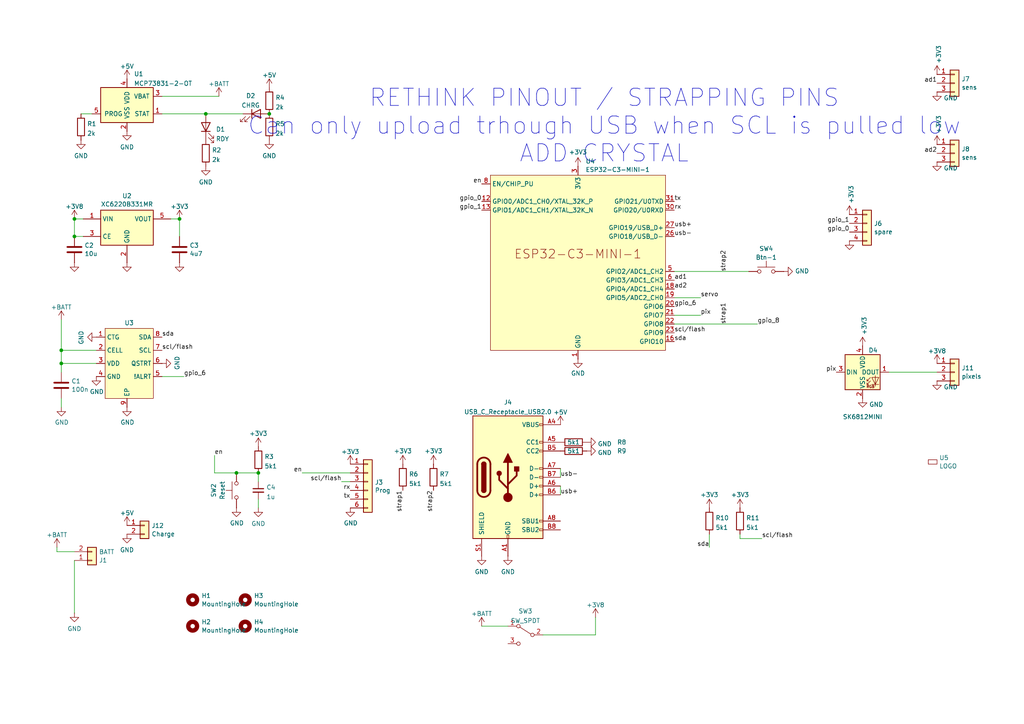
<source format=kicad_sch>
(kicad_sch (version 20231120) (generator "eeschema") (generator_version "8.0")
  (paper "A4")
  (lib_symbols
    (symbol "0_aaaaa_yeah:R" (pin_numbers hide) (pin_names (offset 0))
      (property "Reference" "R" (at 2.032 0 90))
      (property "Value" "R" (at 0 0 90))
      (symbol "R_0_1"
        (rectangle (start -1.016 -2.54) (end 1.016 2.54) (stroke (width 0.254)))
      )
      (symbol "R_1_1"
        (pin passive line (at 0 3.81 270) (length 1.27) (name "~") (number "1"))
        (pin passive line (at 0 -3.81 90) (length 1.27) (name "~") (number "2"))
      )
    )
    (symbol "AnymaLib-06:MAX17048"
      (property "Reference" "U" (at 0.254 20.066 0))
      (symbol "MAX17048_1_1"
        (rectangle (start -6.35 19.05) (end 7.62 -1.27) (fill (type background)))
        (pin input line (at -8.89 16.51 0) (length 2.54) (name "CTG") (number "1"))
        (pin input line (at -8.89 12.7 0) (length 2.54) (name "CELL") (number "2"))
        (pin input line (at -8.89 8.89 0) (length 2.54) (name "VDD") (number "3"))
        (pin input line (at -8.89 5.08 0) (length 2.54) (name "GND") (number "4"))
        (pin input line (at 10.16 5.08 180) (length 2.54) (name "!ALRT") (number "5"))
        (pin input line (at 10.16 8.89 180) (length 2.54) (name "QSTRT") (number "6"))
        (pin input line (at 10.16 12.7 180) (length 2.54) (name "SCL") (number "7"))
        (pin input line (at 10.16 16.51 180) (length 2.54) (name "SDA") (number "8"))
        (pin input line (at 0 -3.81 90) (length 2.54) (name "EP") (number "9"))
      )
    )
    (symbol "Anyma_Library:LOGO" (pin_names (offset 1.016))
      (property "Reference" "U" (at 0 3.81 0))
      (property "Value" "LOGO" (at 0 0 0))
      (symbol "LOGO_0_1"
        (rectangle (start -1.27 2.54) (end 1.27 1.27))
      )
    )
    (symbol "Battery_Management:MCP73831-2-OT" (pin_names (offset 1.016))
      (property "Reference" "U" (at -7.62 6.35 0))
      (property "Value" "MCP73831-2-OT" (at 1.27 6.35 0))
      (symbol "MCP73831-2-OT_0_1"
        (rectangle (start -7.62 5.08) (end 7.62 -5.08) (stroke (width 0.254)) (fill (type background)))
      )
      (symbol "MCP73831-2-OT_1_1"
        (pin output line (at 10.16 -2.54 180) (length 2.54) (name "STAT") (number "1"))
        (pin power_in line (at 0 -7.62 90) (length 2.54) (name "VSS") (number "2"))
        (pin power_out line (at 10.16 2.54 180) (length 2.54) (name "VBAT") (number "3"))
        (pin power_in line (at 0 7.62 270) (length 2.54) (name "VDD") (number "4"))
        (pin input line (at -10.16 -2.54 0) (length 2.54) (name "PROG") (number "5"))
      )
    )
    (symbol "Connector:USB_C_Receptacle_USB2.0" (pin_names (offset 1.016))
      (property "Reference" "J" (at -10.16 19.05 0))
      (property "Value" "USB_C_Receptacle_USB2.0" (at 19.05 19.05 0))
      (symbol "USB_C_Receptacle_USB2.0_0_0"
        (rectangle (start -0.254 -17.78) (end 0.254 -16.764))
        (rectangle (start 10.16 -14.986) (end 9.144 -15.494))
        (rectangle (start 10.16 -12.446) (end 9.144 -12.954))
        (rectangle (start 10.16 -4.826) (end 9.144 -5.334))
        (rectangle (start 10.16 -2.286) (end 9.144 -2.794))
        (rectangle (start 10.16 0.254) (end 9.144 -0.254))
        (rectangle (start 10.16 2.794) (end 9.144 2.286))
        (rectangle (start 10.16 7.874) (end 9.144 7.366))
        (rectangle (start 10.16 10.414) (end 9.144 9.906))
        (rectangle (start 10.16 15.494) (end 9.144 14.986))
      )
      (symbol "USB_C_Receptacle_USB2.0_0_1"
        (rectangle (start -10.16 17.78) (end 10.16 -17.78) (stroke (width 0.254)) (fill (type background)))
        (arc (start -8.89 -3.81) (mid -6.985 -5.7066) (end -5.08 -3.81) (stroke (width 0.508)))
        (arc (start -7.62 -3.81) (mid -6.985 -4.4422) (end -6.35 -3.81) (stroke (width 0.254)))
        (arc (start -7.62 -3.81) (mid -6.985 -4.4422) (end -6.35 -3.81) (stroke (width 0.254)) (fill (type outline)))
        (rectangle (start -7.62 -3.81) (end -6.35 3.81) (stroke (width 0.254)) (fill (type outline)))
        (arc (start -6.35 3.81) (mid -6.985 4.4422) (end -7.62 3.81) (stroke (width 0.254)))
        (arc (start -6.35 3.81) (mid -6.985 4.4422) (end -7.62 3.81) (stroke (width 0.254)) (fill (type outline)))
        (arc (start -5.08 3.81) (mid -6.985 5.7066) (end -8.89 3.81) (stroke (width 0.508)))
        (circle (center -2.54 1.143) (radius 0.635) (stroke (width 0.254)) (fill (type outline)))
        (circle (center 0 -5.842) (radius 1.27) (fill (type outline)))
        (polyline (pts (xy -8.89 -3.81) (xy -8.89 3.81)) (stroke (width 0.508)))
        (polyline (pts (xy -5.08 3.81) (xy -5.08 -3.81)) (stroke (width 0.508)))
        (polyline (pts (xy 0 -5.842) (xy 0 4.318)) (stroke (width 0.508)))
        (polyline (pts (xy 0 -3.302) (xy -2.54 -0.762) (xy -2.54 0.508)) (stroke (width 0.508)))
        (polyline (pts (xy 0 -2.032) (xy 2.54 0.508) (xy 2.54 1.778)) (stroke (width 0.508)))
        (polyline (pts (xy -1.27 4.318) (xy 0 6.858) (xy 1.27 4.318) (xy -1.27 4.318)) (stroke (width 0.254)) (fill (type outline)))
        (rectangle (start 1.905 1.778) (end 3.175 3.048) (stroke (width 0.254)) (fill (type outline)))
      )
      (symbol "USB_C_Receptacle_USB2.0_1_1"
        (pin passive line (at 0 -22.86 90) (length 5.08) (name "GND") (number "A1"))
        (pin passive line (at 0 -22.86 90) (length 5.08) hide (name "GND") (number "A12"))
        (pin passive line (at 15.24 15.24 180) (length 5.08) (name "VBUS") (number "A4"))
        (pin bidirectional line (at 15.24 10.16 180) (length 5.08) (name "CC1") (number "A5"))
        (pin bidirectional line (at 15.24 -2.54 180) (length 5.08) (name "D+") (number "A6"))
        (pin bidirectional line (at 15.24 2.54 180) (length 5.08) (name "D-") (number "A7"))
        (pin bidirectional line (at 15.24 -12.7 180) (length 5.08) (name "SBU1") (number "A8"))
        (pin passive line (at 15.24 15.24 180) (length 5.08) hide (name "VBUS") (number "A9"))
        (pin passive line (at 0 -22.86 90) (length 5.08) hide (name "GND") (number "B1"))
        (pin passive line (at 0 -22.86 90) (length 5.08) hide (name "GND") (number "B12"))
        (pin passive line (at 15.24 15.24 180) (length 5.08) hide (name "VBUS") (number "B4"))
        (pin bidirectional line (at 15.24 7.62 180) (length 5.08) (name "CC2") (number "B5"))
        (pin bidirectional line (at 15.24 -5.08 180) (length 5.08) (name "D+") (number "B6"))
        (pin bidirectional line (at 15.24 0 180) (length 5.08) (name "D-") (number "B7"))
        (pin bidirectional line (at 15.24 -15.24 180) (length 5.08) (name "SBU2") (number "B8"))
        (pin passive line (at 15.24 15.24 180) (length 5.08) hide (name "VBUS") (number "B9"))
        (pin passive line (at -7.62 -22.86 90) (length 5.08) (name "SHIELD") (number "S1"))
      )
    )
    (symbol "Connector_Generic:Conn_01x02" (pin_names (offset 1.016) hide)
      (property "Reference" "J" (at 0 2.54 0))
      (property "Value" "Conn_01x02" (at 0 -5.08 0))
      (symbol "Conn_01x02_1_1"
        (rectangle (start -1.27 -2.413) (end 0 -2.667) (stroke (width 0.1524)))
        (rectangle (start -1.27 0.127) (end 0 -0.127) (stroke (width 0.1524)))
        (rectangle (start -1.27 1.27) (end 1.27 -3.81) (stroke (width 0.254)) (fill (type background)))
        (pin passive line (at -5.08 0 0) (length 3.81) (name "Pin_1") (number "1"))
        (pin passive line (at -5.08 -2.54 0) (length 3.81) (name "Pin_2") (number "2"))
      )
    )
    (symbol "Connector_Generic:Conn_01x03" (pin_names (offset 1.016) hide)
      (property "Reference" "J" (at 0 5.08 0))
      (property "Value" "Conn_01x03" (at 0 -5.08 0))
      (symbol "Conn_01x03_1_1"
        (rectangle (start -1.27 -2.413) (end 0 -2.667) (stroke (width 0.1524)))
        (rectangle (start -1.27 0.127) (end 0 -0.127) (stroke (width 0.1524)))
        (rectangle (start -1.27 2.667) (end 0 2.413) (stroke (width 0.1524)))
        (rectangle (start -1.27 3.81) (end 1.27 -3.81) (stroke (width 0.254)) (fill (type background)))
        (pin passive line (at -5.08 2.54 0) (length 3.81) (name "Pin_1") (number "1"))
        (pin passive line (at -5.08 0 0) (length 3.81) (name "Pin_2") (number "2"))
        (pin passive line (at -5.08 -2.54 0) (length 3.81) (name "Pin_3") (number "3"))
      )
    )
    (symbol "Connector_Generic:Conn_01x04" (pin_names (offset 1.016) hide)
      (property "Reference" "J" (at 0 5.08 0))
      (property "Value" "Conn_01x04" (at 0 -7.62 0))
      (symbol "Conn_01x04_1_1"
        (rectangle (start -1.27 -4.953) (end 0 -5.207) (stroke (width 0.1524)))
        (rectangle (start -1.27 -2.413) (end 0 -2.667) (stroke (width 0.1524)))
        (rectangle (start -1.27 0.127) (end 0 -0.127) (stroke (width 0.1524)))
        (rectangle (start -1.27 2.667) (end 0 2.413) (stroke (width 0.1524)))
        (rectangle (start -1.27 3.81) (end 1.27 -6.35) (stroke (width 0.254)) (fill (type background)))
        (pin passive line (at -5.08 2.54 0) (length 3.81) (name "Pin_1") (number "1"))
        (pin passive line (at -5.08 0 0) (length 3.81) (name "Pin_2") (number "2"))
        (pin passive line (at -5.08 -2.54 0) (length 3.81) (name "Pin_3") (number "3"))
        (pin passive line (at -5.08 -5.08 0) (length 3.81) (name "Pin_4") (number "4"))
      )
    )
    (symbol "Connector_Generic:Conn_01x06" (pin_names (offset 1.016) hide)
      (property "Reference" "J" (at 0 7.62 0))
      (property "Value" "Conn_01x06" (at 0 -10.16 0))
      (symbol "Conn_01x06_1_1"
        (rectangle (start -1.27 -7.493) (end 0 -7.747) (stroke (width 0.1524)))
        (rectangle (start -1.27 -4.953) (end 0 -5.207) (stroke (width 0.1524)))
        (rectangle (start -1.27 -2.413) (end 0 -2.667) (stroke (width 0.1524)))
        (rectangle (start -1.27 0.127) (end 0 -0.127) (stroke (width 0.1524)))
        (rectangle (start -1.27 2.667) (end 0 2.413) (stroke (width 0.1524)))
        (rectangle (start -1.27 5.207) (end 0 4.953) (stroke (width 0.1524)))
        (rectangle (start -1.27 6.35) (end 1.27 -8.89) (stroke (width 0.254)) (fill (type background)))
        (pin passive line (at -5.08 5.08 0) (length 3.81) (name "Pin_1") (number "1"))
        (pin passive line (at -5.08 2.54 0) (length 3.81) (name "Pin_2") (number "2"))
        (pin passive line (at -5.08 0 0) (length 3.81) (name "Pin_3") (number "3"))
        (pin passive line (at -5.08 -2.54 0) (length 3.81) (name "Pin_4") (number "4"))
        (pin passive line (at -5.08 -5.08 0) (length 3.81) (name "Pin_5") (number "5"))
        (pin passive line (at -5.08 -7.62 0) (length 3.81) (name "Pin_6") (number "6"))
      )
    )
    (symbol "Device:C" (pin_numbers hide) (pin_names (offset 0.254))
      (property "Reference" "C" (at 0.635 2.54 0))
      (property "Value" "C" (at 0.635 -2.54 0))
      (symbol "C_0_1"
        (polyline (pts (xy -2.032 -0.762) (xy 2.032 -0.762)) (stroke (width 0.508)))
        (polyline (pts (xy -2.032 0.762) (xy 2.032 0.762)) (stroke (width 0.508)))
      )
      (symbol "C_1_1"
        (pin passive line (at 0 3.81 270) (length 2.794) (name "~") (number "1"))
        (pin passive line (at 0 -3.81 90) (length 2.794) (name "~") (number "2"))
      )
    )
    (symbol "Device:LED" (pin_numbers hide) (pin_names (offset 1.016) hide)
      (property "Reference" "D" (at 0 2.54 0))
      (property "Value" "LED" (at 0 -2.54 0))
      (symbol "LED_0_1"
        (polyline (pts (xy -1.27 -1.27) (xy -1.27 1.27)) (stroke (width 0.254)))
        (polyline (pts (xy -1.27 0) (xy 1.27 0)))
        (polyline (pts (xy 1.27 -1.27) (xy 1.27 1.27) (xy -1.27 0) (xy 1.27 -1.27)) (stroke (width 0.254)))
        (polyline (pts (xy -3.048 -0.762) (xy -4.572 -2.286) (xy -3.81 -2.286) (xy -4.572 -2.286) (xy -4.572 -1.524)))
        (polyline (pts (xy -1.778 -0.762) (xy -3.302 -2.286) (xy -2.54 -2.286) (xy -3.302 -2.286) (xy -3.302 -1.524)))
      )
      (symbol "LED_1_1"
        (pin passive line (at -3.81 0 0) (length 2.54) (name "K") (number "1"))
        (pin passive line (at 3.81 0 180) (length 2.54) (name "A") (number "2"))
      )
    )
    (symbol "Device:R" (pin_numbers hide) (pin_names (offset 0))
      (property "Reference" "R" (at 2.032 0 90))
      (property "Value" "R" (at 0 0 90))
      (symbol "R_0_1"
        (rectangle (start -1.016 -2.54) (end 1.016 2.54) (stroke (width 0.254)))
      )
      (symbol "R_1_1"
        (pin passive line (at 0 3.81 270) (length 1.27) (name "~") (number "1"))
        (pin passive line (at 0 -3.81 90) (length 1.27) (name "~") (number "2"))
      )
    )
    (symbol "Mechanical:MountingHole" (pin_names (offset 1.016)) (exclude_from_sim yes) (in_bom no)
      (property "Reference" "H" (at 0 5.08 0))
      (property "Value" "MountingHole" (at 0 3.175 0))
      (symbol "MountingHole_0_1"
        (circle (center 0 0) (radius 1.27) (stroke (width 1.27)))
      )
    )
    (symbol "PCM_Espressif:ESP32-C3-MINI-1"
      (property "Reference" "U" (at -25.4 30.48 0))
      (property "Value" "ESP32-C3-MINI-1" (at -25.4 27.94 0))
      (symbol "ESP32-C3-MINI-1_0_0"
        (text "ESP32-C3-MINI-1" (at 0 2.54 0) (effects (font (size 2.54 2.54))))
      )
      (symbol "ESP32-C3-MINI-1_0_1"
        (rectangle (start -25.4 25.4) (end 25.4 -25.4) (fill (type background)))
      )
      (symbol "ESP32-C3-MINI-1_1_1"
        (pin power_in line (at 0 -27.94 90) (length 2.54) (name "GND") (number "1"))
        (pin no_connect line (at -25.4 2.54 0) (length 2.54) hide (name "NC") (number "10"))
        (pin passive line (at 0 -27.94 90) (length 2.54) hide (name "GND") (number "11"))
        (pin bidirectional line (at -27.94 17.78 0) (length 2.54) (name "GPIO0/ADC1_CH0/XTAL_32K_P") (number "12"))
        (pin bidirectional line (at -27.94 15.24 0) (length 2.54) (name "GPIO1/ADC1_CH1/XTAL_32K_N") (number "13"))
        (pin passive line (at 0 -27.94 90) (length 2.54) hide (name "GND") (number "14"))
        (pin no_connect line (at -25.4 0 0) (length 2.54) hide (name "NC") (number "15"))
        (pin bidirectional line (at 27.94 -22.86 180) (length 2.54) (name "GPIO10") (number "16"))
        (pin no_connect line (at -25.4 -2.54 0) (length 2.54) hide (name "NC") (number "17"))
        (pin bidirectional line (at 27.94 -7.62 180) (length 2.54) (name "GPIO4/ADC1_CH4") (number "18"))
        (pin bidirectional line (at 27.94 -10.16 180) (length 2.54) (name "GPIO5/ADC2_CH0") (number "19"))
        (pin passive line (at 0 -27.94 90) (length 2.54) hide (name "GND") (number "2"))
        (pin bidirectional line (at 27.94 -12.7 180) (length 2.54) (name "GPIO6") (number "20"))
        (pin bidirectional line (at 27.94 -15.24 180) (length 2.54) (name "GPIO7") (number "21"))
        (pin bidirectional line (at 27.94 -17.78 180) (length 2.54) (name "GPIO8") (number "22"))
        (pin bidirectional line (at 27.94 -20.32 180) (length 2.54) (name "GPIO9") (number "23"))
        (pin no_connect line (at -25.4 -5.08 0) (length 2.54) hide (name "NC") (number "24"))
        (pin no_connect line (at -25.4 -7.62 0) (length 2.54) hide (name "NC") (number "25"))
        (pin bidirectional line (at 27.94 7.62 180) (length 2.54) (name "GPIO18/USB_D-") (number "26"))
        (pin bidirectional line (at 27.94 10.16 180) (length 2.54) (name "GPIO19/USB_D+") (number "27"))
        (pin no_connect line (at -25.4 -10.16 0) (length 2.54) hide (name "NC") (number "28"))
        (pin no_connect line (at -25.4 -12.7 0) (length 2.54) hide (name "NC") (number "29"))
        (pin power_in line (at 0 27.94 270) (length 2.54) (name "3V3") (number "3"))
        (pin bidirectional line (at 27.94 15.24 180) (length 2.54) (name "GPIO20/U0RXD") (number "30"))
        (pin bidirectional line (at 27.94 17.78 180) (length 2.54) (name "GPIO21/U0TXD") (number "31"))
        (pin no_connect line (at -25.4 -15.24 0) (length 2.54) hide (name "NC") (number "32"))
        (pin no_connect line (at -25.4 -17.78 0) (length 2.54) hide (name "NC") (number "33"))
        (pin no_connect line (at -25.4 -20.32 0) (length 2.54) hide (name "NC") (number "34"))
        (pin no_connect line (at -25.4 -22.86 0) (length 2.54) hide (name "NC") (number "35"))
        (pin passive line (at 0 -27.94 90) (length 2.54) hide (name "GND") (number "36"))
        (pin passive line (at 0 -27.94 90) (length 2.54) hide (name "GND") (number "37"))
        (pin passive line (at 0 -27.94 90) (length 2.54) hide (name "GND") (number "38"))
        (pin passive line (at 0 -27.94 90) (length 2.54) hide (name "GND") (number "39"))
        (pin no_connect line (at -25.4 10.16 0) (length 2.54) hide (name "NC") (number "4"))
        (pin passive line (at 0 -27.94 90) (length 2.54) hide (name "GND") (number "40"))
        (pin passive line (at 0 -27.94 90) (length 2.54) hide (name "GND") (number "41"))
        (pin passive line (at 0 -27.94 90) (length 2.54) hide (name "GND") (number "42"))
        (pin passive line (at 0 -27.94 90) (length 2.54) hide (name "GND") (number "43"))
        (pin passive line (at 0 -27.94 90) (length 2.54) hide (name "GND") (number "44"))
        (pin passive line (at 0 -27.94 90) (length 2.54) hide (name "GND") (number "45"))
        (pin passive line (at 0 -27.94 90) (length 2.54) hide (name "GND") (number "46"))
        (pin passive line (at 0 -27.94 90) (length 2.54) hide (name "GND") (number "47"))
        (pin passive line (at 0 -27.94 90) (length 2.54) hide (name "GND") (number "48"))
        (pin passive line (at 0 -27.94 90) (length 2.54) hide (name "GND") (number "49"))
        (pin bidirectional line (at 27.94 -2.54 180) (length 2.54) (name "GPIO2/ADC1_CH2") (number "5"))
        (pin passive line (at 0 -27.94 90) (length 2.54) hide (name "GND") (number "50"))
        (pin passive line (at 0 -27.94 90) (length 2.54) hide (name "GND") (number "51"))
        (pin passive line (at 0 -27.94 90) (length 2.54) hide (name "GND") (number "52"))
        (pin passive line (at 0 -27.94 90) (length 2.54) hide (name "GND") (number "53"))
        (pin bidirectional line (at 27.94 -5.08 180) (length 2.54) (name "GPIO3/ADC1_CH3") (number "6"))
        (pin no_connect line (at -25.4 7.62 0) (length 2.54) hide (name "NC") (number "7"))
        (pin input line (at -27.94 22.86 0) (length 2.54) (name "EN/CHIP_PU") (number "8"))
        (pin no_connect line (at -25.4 5.08 0) (length 2.54) hide (name "NC") (number "9"))
      )
    )
    (symbol "Regulator_Linear:XC6220B331MR"
      (property "Reference" "U" (at 0 8.89 0))
      (property "Value" "XC6220B331MR" (at 0 6.35 0))
      (symbol "XC6220B331MR_0_1"
        (rectangle (start -7.62 5.08) (end 7.62 -5.08) (stroke (width 0.254)) (fill (type background)))
      )
      (symbol "XC6220B331MR_1_1"
        (pin power_in line (at -12.7 2.54 0) (length 5.08) (name "VIN") (number "1"))
        (pin power_in line (at 0 -10.16 90) (length 5.08) (name "GND") (number "2"))
        (pin input line (at -12.7 -2.54 0) (length 5.08) (name "CE") (number "3"))
        (pin no_connect line (at 7.62 -2.54 180) (length 5.08) hide (name "NC") (number "4"))
        (pin power_out line (at 12.7 2.54 180) (length 5.08) (name "VOUT") (number "5"))
      )
    )
    (symbol "Switch:SW_SPDT" (pin_names (offset 0) hide)
      (property "Reference" "SW" (at 0 4.318 0))
      (property "Value" "SW_SPDT" (at 0 -5.08 0))
      (symbol "SW_SPDT_0_0"
        (circle (center -2.032 0) (radius 0.508))
        (circle (center 2.032 -2.54) (radius 0.508))
      )
      (symbol "SW_SPDT_0_1"
        (polyline (pts (xy -1.524 0.254) (xy 1.651 2.286)))
        (circle (center 2.032 2.54) (radius 0.508))
      )
      (symbol "SW_SPDT_1_1"
        (pin passive line (at 5.08 2.54 180) (length 2.54) (name "A") (number "1"))
        (pin passive line (at -5.08 0 0) (length 2.54) (name "B") (number "2"))
        (pin passive line (at 5.08 -2.54 180) (length 2.54) (name "C") (number "3"))
      )
    )
    (symbol "nime2020-library:SW_Push" (pin_numbers hide) (pin_names (offset 1.016) hide)
      (property "Reference" "SW" (at 1.27 2.54 0))
      (property "Value" "SW_Push" (at 0 -1.524 0))
      (symbol "SW_Push_0_1"
        (circle (center -2.032 0) (radius 0.508))
        (polyline (pts (xy 0 1.27) (xy 0 3.048)))
        (polyline (pts (xy 2.54 1.27) (xy -2.54 1.27)))
        (circle (center 2.032 0) (radius 0.508))
        (pin passive line (at -5.08 0 0) (length 2.54) (name "1") (number "1"))
        (pin passive line (at 5.08 0 180) (length 2.54) (name "2") (number "2"))
      )
    )
    (symbol "power:+3V3" (power) (pin_numbers hide) (pin_names (offset 0) hide)
      (property "Value" "+3V3" (at 0 3.556 0))
      (symbol "+3V3_0_1"
        (polyline (pts (xy -0.762 1.27) (xy 0 2.54)))
        (polyline (pts (xy 0 0) (xy 0 2.54)))
        (polyline (pts (xy 0 2.54) (xy 0.762 1.27)))
      )
      (symbol "+3V3_1_1"
        (pin power_in line (at 0 0 90) (length 0) (name "~") (number "1"))
      )
    )
    (symbol "power:+3V8" (power) (pin_names (offset 0))
      (property "Value" "+3V8" (at 0 3.556 0))
      (symbol "+3V8_0_1"
        (polyline (pts (xy -0.762 1.27) (xy 0 2.54)))
        (polyline (pts (xy 0 0) (xy 0 2.54)))
        (polyline (pts (xy 0 2.54) (xy 0.762 1.27)))
      )
      (symbol "+3V8_1_1"
        (pin power_in line (at 0 0 90) (length 0) hide (name "+3V8") (number "1"))
      )
    )
    (symbol "power:+5V" (power) (pin_names (offset 0))
      (property "Value" "+5V" (at 0 3.556 0))
      (symbol "+5V_0_1"
        (polyline (pts (xy -0.762 1.27) (xy 0 2.54)))
        (polyline (pts (xy 0 0) (xy 0 2.54)))
        (polyline (pts (xy 0 2.54) (xy 0.762 1.27)))
      )
      (symbol "+5V_1_1"
        (pin power_in line (at 0 0 90) (length 0) hide (name "+5V") (number "1"))
      )
    )
    (symbol "power:+BATT" (power) (pin_names (offset 0))
      (property "Value" "+BATT" (at 0 3.556 0))
      (symbol "+BATT_0_1"
        (polyline (pts (xy -0.762 1.27) (xy 0 2.54)))
        (polyline (pts (xy 0 0) (xy 0 2.54)))
        (polyline (pts (xy 0 2.54) (xy 0.762 1.27)))
      )
      (symbol "+BATT_1_1"
        (pin power_in line (at 0 0 90) (length 0) hide (name "+BATT") (number "1"))
      )
    )
    (symbol "power:GND" (power) (pin_numbers hide) (pin_names (offset 0) hide)
      (property "Value" "GND" (at 0 -3.81 0))
      (symbol "GND_0_1"
        (polyline (pts (xy 0 0) (xy 0 -1.27) (xy 1.27 -1.27) (xy 0 -2.54) (xy -1.27 -1.27) (xy 0 -1.27)))
      )
      (symbol "GND_1_1"
        (pin power_in line (at 0 0 270) (length 0) (name "~") (number "1"))
      )
    )
    (symbol "synkie_symbols:C_Small" (pin_numbers hide) (pin_names (offset 0.254) hide)
      (property "Reference" "C" (at 0.254 1.778 0))
      (property "Value" "C_Small" (at 0.254 -2.032 0))
      (symbol "C_Small_0_1"
        (polyline (pts (xy -1.524 -0.508) (xy 1.524 -0.508)) (stroke (width 0.3302)))
        (polyline (pts (xy -1.524 0.508) (xy 1.524 0.508)) (stroke (width 0.3048)))
      )
      (symbol "C_Small_1_1"
        (pin passive line (at 0 2.54 270) (length 2.032) (name "~") (number "1"))
        (pin passive line (at 0 -2.54 90) (length 2.032) (name "~") (number "2"))
      )
    )
    (symbol "synkie_symbols:SK6812MINI" (pin_names (offset 0.254))
      (property "Reference" "D" (at 5.08 5.715 0))
      (property "Value" "SK6812MINI" (at 1.27 -5.715 0))
      (symbol "SK6812MINI_0_0"
        (text "RGB" (at 2.286 -4.191 0) (effects (font (size 0.762 0.762))))
      )
      (symbol "SK6812MINI_0_1"
        (polyline (pts (xy 1.27 -3.556) (xy 1.778 -3.556)))
        (polyline (pts (xy 1.27 -2.54) (xy 1.778 -2.54)))
        (polyline (pts (xy 4.699 -3.556) (xy 2.667 -3.556)))
        (polyline (pts (xy 2.286 -2.54) (xy 1.27 -3.556) (xy 1.27 -3.048)))
        (polyline (pts (xy 2.286 -1.524) (xy 1.27 -2.54) (xy 1.27 -2.032)))
        (polyline (pts (xy 3.683 -1.016) (xy 3.683 -3.556) (xy 3.683 -4.064)))
        (polyline (pts (xy 4.699 -1.524) (xy 2.667 -1.524) (xy 3.683 -3.556) (xy 4.699 -1.524)))
        (rectangle (start 5.08 5.08) (end -5.08 -5.08) (stroke (width 0.254)) (fill (type background)))
      )
      (symbol "SK6812MINI_1_1"
        (pin output line (at 7.62 0 180) (length 2.54) (name "DOUT") (number "1"))
        (pin power_in line (at 0 -7.62 90) (length 2.54) (name "VSS") (number "2"))
        (pin input line (at -7.62 0 0) (length 2.54) (name "DIN") (number "3"))
        (pin power_in line (at 0 7.62 270) (length 2.54) (name "VDD") (number "4"))
      )
    )
  )
  (junction (at 21.59 68.58))
  (junction (at 21.59 63.5))
  (junction (at 59.69 33.02))
  (junction (at 68.58 137.16))
  (junction (at 78.105 33.02))
  (junction (at 17.78 101.6))
  (junction (at 74.93 137.16))
  (junction (at 52.07 63.5))
  (junction (at 17.78 105.41))
  (wire (pts (xy 17.78 101.6) (xy 17.78 105.41)))
  (wire (pts (xy 74.93 139.7) (xy 74.93 137.16)))
  (wire (pts (xy 68.58 137.16) (xy 74.93 137.16)))
  (wire (pts (xy 24.13 68.58) (xy 21.59 68.58)))
  (wire (pts (xy 46.99 27.94) (xy 63.5 27.94)))
  (wire (pts (xy 257.81 107.95) (xy 271.78 107.95)))
  (wire (pts (xy 17.78 115.57) (xy 17.78 118.11)))
  (wire (pts (xy 157.48 184.15) (xy 172.72 184.15)))
  (wire (pts (xy 220.98 156.21) (xy 214.63 156.21)))
  (wire (pts (xy 172.72 179.07) (xy 172.72 184.15)))
  (wire (pts (xy 139.7 181.61) (xy 147.32 181.61)))
  (wire (pts (xy 62.23 132.08) (xy 62.23 137.16)))
  (wire (pts (xy 23.495 33.02) (xy 26.67 33.02)))
  (wire (pts (xy 17.78 101.6) (xy 27.94 101.6)))
  (wire (pts (xy 205.74 158.75) (xy 205.74 154.94)))
  (wire (pts (xy 17.78 105.41) (xy 27.94 105.41)))
  (wire (pts (xy 46.99 33.02) (xy 59.69 33.02)))
  (wire (pts (xy 52.07 63.5) (xy 52.07 68.58)))
  (wire (pts (xy 16.51 160.02) (xy 16.51 158.75)))
  (wire (pts (xy 46.99 109.22) (xy 53.34 109.22)))
  (wire (pts (xy 17.78 92.71) (xy 17.78 101.6)))
  (wire (pts (xy 21.59 162.56) (xy 21.59 177.8)))
  (wire (pts (xy 62.23 137.16) (xy 68.58 137.16)))
  (wire (pts (xy 21.59 68.58) (xy 21.59 63.5)))
  (wire (pts (xy 162.56 135.89) (xy 162.56 138.43)))
  (wire (pts (xy 21.59 160.02) (xy 16.51 160.02)))
  (wire (pts (xy 49.53 63.5) (xy 52.07 63.5)))
  (wire (pts (xy 59.69 33.02) (xy 70.485 33.02)))
  (wire (pts (xy 195.58 78.74) (xy 217.17 78.74)))
  (wire (pts (xy 195.58 91.44) (xy 203.2 91.44)))
  (wire (pts (xy 162.56 140.97) (xy 162.56 143.51)))
  (wire (pts (xy 99.06 139.7) (xy 101.6 139.7)))
  (wire (pts (xy 21.59 63.5) (xy 24.13 63.5)))
  (wire (pts (xy 214.63 156.21) (xy 214.63 154.94)))
  (wire (pts (xy 203.2 86.36) (xy 195.58 86.36)))
  (wire (pts (xy 219.71 93.98) (xy 195.58 93.98)))
  (wire (pts (xy 87.63 137.16) (xy 101.6 137.16)))
  (wire (pts (xy 17.78 105.41) (xy 17.78 107.95)))
  (wire (pts (xy 74.93 147.32) (xy 74.93 144.78)))
  (text "RETHINK PINOUT / STRAPPING PINS\nCan only upload trhough USB when SCL is pulled low\nADD CRYSTAL" (at 175.26 36.576 0) (effects (font (size 5 5))))
  (label "gpio_8" (at 219.71 93.98 0))
  (label "strap2" (at 210.82 78.74 90))
  (label "ad1" (at 271.78 24.13 180))
  (label "strap2" (at 125.73 142.24 270))
  (label "tx" (at 101.6 144.78 180))
  (label "en" (at 87.63 137.16 180))
  (label "gpio_1" (at 139.7 60.96 180))
  (label "sda" (at 46.99 97.79 0))
  (label "scl{slash}flash" (at 195.58 96.52 0))
  (label "gpio_0" (at 139.7 58.42 180))
  (label "ad2" (at 195.58 83.82 0))
  (label "pix" (at 242.57 107.95 180))
  (label "usb-" (at 195.58 68.58 0))
  (label "usb+" (at 195.58 66.04 0))
  (label "pix" (at 203.2 91.44 0))
  (label "gpio_6" (at 195.58 88.9 0))
  (label "usb+" (at 162.56 143.51 0))
  (label "sda" (at 195.58 99.06 0))
  (label "gpio_6" (at 53.34 109.22 0))
  (label "rx" (at 101.6 142.24 180))
  (label "gpio_0" (at 246.38 67.31 180))
  (label "usb-" (at 162.56 138.43 0))
  (label "tx" (at 195.58 58.42 0))
  (label "scl{slash}flash" (at 220.98 156.21 0))
  (label "sda" (at 205.74 158.75 180))
  (label "ad1" (at 195.58 81.28 0))
  (label "strap1" (at 210.82 93.98 90))
  (label "rx" (at 195.58 60.96 0))
  (label "en" (at 139.7 53.34 180))
  (label "gpio_1" (at 246.38 64.77 180))
  (label "ad2" (at 271.78 44.45 180))
  (label "scl{slash}flash" (at 99.06 139.7 180))
  (label "servo" (at 203.2 86.36 0))
  (label "en" (at 62.23 132.08 0))
  (label "strap1" (at 116.84 142.24 270))
  (label "scl{slash}flash" (at 46.99 101.6 0))
  (symbol (lib_id "Device:C") (at 52.07 72.39 0) (unit 1)
    (property "Reference" "C3" (at 54.991 71.1778 0) (effects (justify left)))
    (property "Value" "4u7" (at 54.991 73.6021 0) (effects (justify left)))
    (property "Footprint" "Capacitor_SMD:C_0805_2012Metric" (effects (hide yes)))
    (property "Description" "Unpolarized capacitor" (effects (hide yes)))
  )
  (symbol (lib_id "power:+3V3") (at 74.93 129.54 0) (unit 1)
    (property "Reference" "#PWR020" (effects (hide yes)))
    (property "Value" "+3V3" (at 74.93 125.73 0))
  )
  (symbol (lib_id "power:GND") (at 101.6 147.32 0) (unit 1)
    (property "Reference" "#PWR025" (effects (hide yes)))
    (property "Value" "GND" (at 101.727 151.7142 0))
  )
  (symbol (lib_id "PCM_Espressif:ESP32-C3-MINI-1") (at 167.64 76.2 0) (unit 1)
    (property "Reference" "U4" (at 169.8341 46.7825 0) (effects (justify left)))
    (property "Value" "ESP32-C3-MINI-1" (at 169.8341 49.2068 0) (effects (justify left)))
    (property "Footprint" "PCM_Espressif:ESP32-C3-MINI-1" (effects (hide yes)))
    (property "Datasheet" "https://www.espressif.com/sites/default/files/documentation/esp32-c3-mini-1_datasheet_en.pdf" (effects (hide yes)))
    (property "Description" "ESP32-C3-MINI-1 family is an ultra-low-power MCU-based SoC solution that supports 2.4 GHz Wi-Fi and Bluetooth®Low Energy (Bluetooth LE)." (effects (hide yes)))
  )
  (symbol (lib_id "Connector_Generic:Conn_01x02") (at 41.91 152.4 0) (unit 1)
    (property "Reference" "J12" (at 43.942 152.4578 0) (effects (justify left)))
    (property "Value" "Charge" (at 43.942 154.8821 0) (effects (justify left)))
    (property "Footprint" "Anyma06:PogoChargeConn" (effects (hide yes)))
    (property "Description" "Generic connector, single row, 01x02, script generated (kicad-library-utils/schlib/autogen/connector/)" (effects (hide yes)))
  )
  (symbol (lib_id "power:+5V") (at 36.83 22.86 0) (unit 1)
    (property "Reference" "#PWR010" (effects (hide yes)))
    (property "Value" "+5V" (at 36.83 19.2555 0))
  )
  (symbol (lib_id "power:GND") (at 170.18 130.81 90) (unit 1)
    (property "Reference" "#PWR036" (effects (hide yes)))
    (property "Value" "GND" (at 173.355 131.289 90) (effects (justify right)))
  )
  (symbol (lib_id "Device:R") (at 125.73 138.43 0) (unit 1)
    (property "Reference" "R7" (at 127.508 137.5215 0) (effects (justify left)))
    (property "Value" "5k1" (at 127.508 140.2966 0) (effects (justify left)))
    (property "Footprint" "Resistor_SMD:R_0603_1608Metric" (effects (hide yes)))
  )
  (symbol (lib_id "0_aaaaa_yeah:R") (at 78.105 29.21 0) (unit 1)
    (property "Reference" "R4" (at 79.883 28.3015 0) (effects (justify left)))
    (property "Value" "2k" (at 79.883 31.0766 0) (effects (justify left)))
    (property "Footprint" "Resistor_SMD:R_0603_1608Metric" (effects (hide yes)))
  )
  (symbol (lib_id "power:+3V3") (at 116.84 134.62 0) (unit 1)
    (property "Reference" "#PWR026" (effects (hide yes)))
    (property "Value" "+3V3" (at 116.84 130.81 0))
  )
  (symbol (lib_id "0_aaaaa_yeah:R") (at 78.105 36.83 0) (unit 1)
    (property "Reference" "R5" (at 79.883 35.9215 0) (effects (justify left)))
    (property "Value" "2k" (at 79.883 38.6966 0) (effects (justify left)))
    (property "Footprint" "Resistor_SMD:R_0603_1608Metric" (effects (hide yes)))
  )
  (symbol (lib_id "0_aaaaa_yeah:R") (at 166.37 130.81 90) (unit 1)
    (property "Reference" "R9" (at 180.34 130.81 90))
    (property "Value" "5k1" (at 166.37 130.81 90))
    (property "Footprint" "Resistor_SMD:R_0603_1608Metric" (effects (hide yes)))
  )
  (symbol (lib_id "0_aaaaa_yeah:R") (at 166.37 128.27 90) (unit 1)
    (property "Reference" "R8" (at 180.34 128.27 90))
    (property "Value" "5k1" (at 166.37 128.27 90))
    (property "Footprint" "Resistor_SMD:R_0603_1608Metric" (effects (hide yes)))
  )
  (symbol (lib_id "power:GND") (at 36.83 38.1 0) (unit 1)
    (property "Reference" "#PWR011" (effects (hide yes)))
    (property "Value" "GND" (at 36.83 42.6625 0))
  )
  (symbol (lib_id "Mechanical:MountingHole") (at 55.88 173.99 0) (unit 1) (exclude_from_sim yes) (in_bom no)
    (property "Reference" "H1" (at 58.42 172.7778 0) (effects (justify left)))
    (property "Value" "MountingHole" (at 58.42 175.2021 0) (effects (justify left)))
    (property "Footprint" "MountingHole:MountingHole_4.3mm_M4" (effects (hide yes)))
    (property "Description" "Mounting Hole without connection" (effects (hide yes)))
  )
  (symbol (lib_id "power:+3V8") (at 21.59 63.5 0) (unit 1)
    (property "Reference" "#PWR03" (effects (hide yes)))
    (property "Value" "+3V8" (at 21.59 59.8955 0))
  )
  (symbol (lib_id "power:GND") (at 36.83 118.11 0) (unit 1)
    (property "Reference" "#PWR013" (effects (hide yes)))
    (property "Value" "GND" (at 36.957 122.5042 0))
  )
  (symbol (lib_id "Mechanical:MountingHole") (at 71.12 173.99 0) (unit 1) (exclude_from_sim yes) (in_bom no)
    (property "Reference" "H3" (at 73.66 172.7778 0) (effects (justify left)))
    (property "Value" "MountingHole" (at 73.66 175.2021 0) (effects (justify left)))
    (property "Footprint" "MountingHole:MountingHole_4.3mm_M4" (effects (hide yes)))
    (property "Description" "Mounting Hole without connection" (effects (hide yes)))
  )
  (symbol (lib_id "power:GND") (at 74.93 147.32 0) (unit 1)
    (property "Reference" "#PWR021" (effects (hide yes)))
    (property "Value" "GND" (at 74.93 151.8825 0))
  )
  (symbol (lib_id "Connector_Generic:Conn_01x06") (at 106.68 139.7 0) (unit 1)
    (property "Reference" "J3" (at 108.712 139.9032 0) (effects (justify left)))
    (property "Value" "Prog" (at 108.712 142.2146 0) (effects (justify left)))
    (property "Footprint" "Anyma06:ESP-POGO-PROG-THT" (effects (hide yes)))
  )
  (symbol (lib_id "0_aaaaa_yeah:R") (at 23.495 36.83 0) (unit 1)
    (property "Reference" "R1" (at 25.273 35.9215 0) (effects (justify left)))
    (property "Value" "2k" (at 25.273 38.6966 0) (effects (justify left)))
    (property "Footprint" "Resistor_SMD:R_0603_1608Metric" (effects (hide yes)))
  )
  (symbol (lib_id "Regulator_Linear:XC6220B331MR") (at 36.83 66.04 0) (unit 1)
    (property "Reference" "U2" (at 36.83 56.8155 0))
    (property "Value" "XC6220B331MR" (at 36.83 59.2398 0))
    (property "Footprint" "Package_TO_SOT_SMD:SOT-23-5" (effects (hide yes)))
    (property "Datasheet" "https://www.torexsemi.com/file/xc6220/XC6220.pdf" (effects (hide yes)))
    (property "Description" "1A, Low Drop-out Voltage Regulator, Fixed Output 3.3V, SOT-23-5" (effects (hide yes)))
  )
  (symbol (lib_id "power:+3V3") (at 101.6 134.62 0) (unit 1)
    (property "Reference" "#PWR024" (effects (hide yes)))
    (property "Value" "+3V3" (at 101.6 131.0155 0))
  )
  (symbol (lib_id "power:GND") (at 46.99 105.41 90) (unit 1)
    (property "Reference" "#PWR014" (effects (hide yes)))
    (property "Value" "GND" (at 51.3842 105.283 0))
  )
  (symbol (lib_id "Battery_Management:MCP73831-2-OT") (at 36.83 30.48 0) (unit 1)
    (property "Reference" "U1" (at 38.8494 21.4335 0) (effects (justify left)))
    (property "Value" "MCP73831-2-OT" (at 38.8494 24.2086 0) (effects (justify left)))
    (property "Footprint" "Package_TO_SOT_SMD:SOT-23-5" (effects (hide yes)))
    (property "Datasheet" "http://ww1.microchip.com/downloads/en/DeviceDoc/20001984g.pdf" (effects (hide yes)))
  )
  (symbol (lib_id "power:GND") (at 78.105 40.64 0) (unit 1)
    (property "Reference" "#PWR023" (effects (hide yes)))
    (property "Value" "GND" (at 78.105 45.2025 0))
  )
  (symbol (lib_id "power:+5V") (at 36.83 152.4 0) (unit 1)
    (property "Reference" "#PWR045" (effects (hide yes)))
    (property "Value" "+5V" (at 36.83 148.7955 0))
  )
  (symbol (lib_id "power:+3V3") (at 271.78 41.91 0) (unit 1)
    (property "Reference" "#PWR051" (effects (hide yes)))
    (property "Value" "+3V3" (at 272.259 38.735 90) (effects (justify left)))
  )
  (symbol (lib_id "Connector_Generic:Conn_01x04") (at 251.46 64.77 0) (unit 1)
    (property "Reference" "J6" (at 253.492 64.8278 0) (effects (justify left)))
    (property "Value" "spare" (at 253.492 67.2521 0) (effects (justify left)))
    (property "Footprint" "anyma_footprints:smd-4pin" (effects (hide yes)))
    (property "Description" "Generic connector, single row, 01x04, script generated (kicad-library-utils/schlib/autogen/connector/)" (effects (hide yes)))
  )
  (symbol (lib_id "Anyma_Library:LOGO") (at 270.51 135.89 0) (unit 1)
    (property "Reference" "U5" (at 272.415 132.7728 0) (effects (justify left)))
    (property "Value" "LOGO" (at 272.415 135.1971 0) (effects (justify left)))
    (property "Footprint" "anyma_footprints:logo_anyma" (effects (hide yes)))
  )
  (symbol (lib_id "power:GND") (at 21.59 76.2 0) (mirror y) (unit 1)
    (property "Reference" "#PWR04" (effects (hide yes)))
    (property "Value" "GND" (effects (hide yes)))
  )
  (symbol (lib_id "Device:C") (at 21.59 72.39 0) (unit 1)
    (property "Reference" "C2" (at 24.511 71.1778 0) (effects (justify left)))
    (property "Value" "10u" (at 24.511 73.6021 0) (effects (justify left)))
    (property "Footprint" "Capacitor_SMD:C_0805_2012Metric" (effects (hide yes)))
    (property "Description" "Unpolarized capacitor" (effects (hide yes)))
  )
  (symbol (lib_id "nime2020-library:SW_Push") (at 222.25 78.74 0) (unit 1)
    (property "Reference" "SW4" (at 222.25 72.1192 0))
    (property "Value" "Btn-1" (at 222.25 74.6561 0))
    (property "Footprint" "Anyma06:DDS001" (effects (hide yes)))
  )
  (symbol (lib_id "nime2020-library:SW_Push") (at 68.58 142.24 90) (unit 1)
    (property "Reference" "SW2" (at 61.9592 142.24 0))
    (property "Value" "Reset" (at 64.4961 142.24 0))
    (property "Footprint" "Button_Switch_SMD:SW_Push_1P1T_NO_CK_KMR2" (effects (hide yes)))
  )
  (symbol (lib_id "power:GND") (at 271.78 26.67 0) (unit 1)
    (property "Reference" "#PWR050" (effects (hide yes)))
    (property "Value" "GND" (at 273.685 28.419 0) (effects (justify left)))
  )
  (symbol (lib_id "power:GND") (at 36.83 76.2 0) (mirror y) (unit 1)
    (property "Reference" "#PWR012" (effects (hide yes)))
    (property "Value" "GND" (effects (hide yes)))
  )
  (symbol (lib_id "power:+3V3") (at 205.74 147.32 0) (unit 1)
    (property "Reference" "#PWR038" (effects (hide yes)))
    (property "Value" "+3V3" (at 205.74 143.51 0))
  )
  (symbol (lib_id "power:+3V3") (at 246.38 62.23 0) (unit 1)
    (property "Reference" "#PWR043" (effects (hide yes)))
    (property "Value" "+3V3" (at 246.859 59.055 90) (effects (justify left)))
  )
  (symbol (lib_id "power:GND") (at 167.64 104.14 0) (unit 1)
    (property "Reference" "#PWR034" (effects (hide yes)))
    (property "Value" "GND" (at 167.64 108.2731 0))
    (property "Description" "Power symbol creates a global label with name \"GND\" , ground" (effects (hide yes)))
  )
  (symbol (lib_id "Mechanical:MountingHole") (at 55.88 181.61 0) (unit 1) (exclude_from_sim yes) (in_bom no)
    (property "Reference" "H2" (at 58.42 180.3978 0) (effects (justify left)))
    (property "Value" "MountingHole" (at 58.42 182.8221 0) (effects (justify left)))
    (property "Footprint" "MountingHole:MountingHole_4.3mm_M4" (effects (hide yes)))
    (property "Description" "Mounting Hole without connection" (effects (hide yes)))
  )
  (symbol (lib_id "Device:C") (at 17.78 111.76 0) (unit 1)
    (property "Reference" "C1" (at 20.701 110.5478 0) (effects (justify left)))
    (property "Value" "100n" (at 20.701 112.9721 0) (effects (justify left)))
    (property "Footprint" "Capacitor_SMD:C_0603_1608Metric" (effects (hide yes)))
    (property "Description" "Unpolarized capacitor" (effects (hide yes)))
  )
  (symbol (lib_id "Device:R") (at 205.74 151.13 0) (unit 1)
    (property "Reference" "R10" (at 207.518 150.2215 0) (effects (justify left)))
    (property "Value" "5k1" (at 207.518 152.9966 0) (effects (justify left)))
    (property "Footprint" "Resistor_SMD:R_0603_1608Metric" (effects (hide yes)))
  )
  (symbol (lib_id "power:GND") (at 246.38 69.85 0) (unit 1)
    (property "Reference" "#PWR044" (effects (hide yes)))
    (property "Value" "GND" (effects (hide yes)))
  )
  (symbol (lib_id "AnymaLib-06:MAX17048") (at 36.83 114.3 0) (unit 1)
    (property "Reference" "U3" (at 37.465 93.6569 0))
    (property "Footprint" "Package_DFN_QFN:TDFN-8-1EP_2x2mm_P0.5mm_EP0.8x1.2mm" (effects (hide yes)))
    (property "Datasheet" "https://www.mouser.ch/datasheet/2/609/MAX17048_MAX17049-3469099.pdf" (effects (hide yes)))
    (property "Description" "Fuel gauges for lithium-ion (Li+) batteries" (effects (hide yes)))
  )
  (symbol (lib_id "Device:R") (at 74.93 133.35 0) (unit 1)
    (property "Reference" "R3" (at 76.708 132.4415 0) (effects (justify left)))
    (property "Value" "5k1" (at 76.708 135.2166 0) (effects (justify left)))
    (property "Footprint" "Resistor_SMD:R_0603_1608Metric" (effects (hide yes)))
  )
  (symbol (lib_id "power:GND") (at 147.32 161.29 0) (unit 1)
    (property "Reference" "#PWR031" (effects (hide yes)))
    (property "Value" "GND" (at 147.32 165.8525 0))
  )
  (symbol (lib_id "power:+3V3") (at 214.63 147.32 0) (unit 1)
    (property "Reference" "#PWR039" (effects (hide yes)))
    (property "Value" "+3V3" (at 214.63 143.51 0))
  )
  (symbol (lib_id "power:+BATT") (at 63.5 27.94 0) (unit 1)
    (property "Reference" "#PWR018" (effects (hide yes)))
    (property "Value" "+BATT" (at 63.5 24.3355 0))
  )
  (symbol (lib_id "power:GND") (at 271.78 110.49 0) (unit 1)
    (property "Reference" "#PWR058" (effects (hide yes)))
    (property "Value" "GND" (at 273.685 112.239 0) (effects (justify left)))
  )
  (symbol (lib_id "synkie_symbols:SK6812MINI") (at 250.19 107.95 0) (unit 1)
    (property "Reference" "D4" (at 253.238 101.6 0))
    (property "Value" "SK6812MINI" (at 250.19 120.904 0))
    (property "Footprint" "Anyma06:SK6812-MINI-HS" (effects (hide yes)))
    (property "Datasheet" "https://cdn-shop.adafruit.com/product-files/2686/SK6812MINI_REV.01-1-2.pdf" (effects (hide yes)))
  )
  (symbol (lib_id "power:+3V3") (at 250.19 100.33 0) (unit 1)
    (property "Reference" "#PWR046" (effects (hide yes)))
    (property "Value" "+3V3" (at 250.669 97.155 90) (effects (justify left)))
  )
  (symbol (lib_id "Switch:SW_SPDT") (at 152.4 184.15 0) (mirror y) (unit 1)
    (property "Reference" "SW3" (at 152.4 177.2625 0))
    (property "Value" "SW_SPDT" (at 152.4 180.0376 0))
    (property "Footprint" "Anyma06:Microschalter" (effects (hide yes)))
  )
  (symbol (lib_id "power:+3V8") (at 271.78 105.41 0) (unit 1)
    (property "Reference" "#PWR057" (effects (hide yes)))
    (property "Value" "+3V8" (at 271.78 101.8055 0))
  )
  (symbol (lib_id "power:GND") (at 27.94 109.22 0) (unit 1)
    (property "Reference" "#PWR09" (effects (hide yes)))
    (property "Value" "GND" (at 28.067 113.6142 0))
  )
  (symbol (lib_id "power:+5V") (at 162.56 123.19 0) (unit 1)
    (property "Reference" "#PWR032" (effects (hide yes)))
    (property "Value" "+5V" (at 162.56 119.5855 0))
  )
  (symbol (lib_id "power:GND") (at 21.59 177.8 0) (unit 1)
    (property "Reference" "#PWR06" (effects (hide yes)))
    (property "Value" "GND" (at 21.59 182.3625 0))
  )
  (symbol (lib_id "power:+BATT") (at 139.7 181.61 0) (mirror y) (unit 1)
    (property "Reference" "#PWR029" (effects (hide yes)))
    (property "Value" "+BATT" (at 139.7 178.0055 0))
  )
  (symbol (lib_id "Connector_Generic:Conn_01x03") (at 276.86 107.95 0) (unit 1)
    (property "Reference" "J11" (at 278.892 106.7378 0) (effects (justify left)))
    (property "Value" "pixels" (at 278.892 109.1621 0) (effects (justify left)))
    (property "Footprint" "Anyma06:ComboPinhead_03" (effects (hide yes)))
  )
  (symbol (lib_id "power:+3V3") (at 52.07 63.5 0) (unit 1)
    (property "Reference" "#PWR015" (effects (hide yes)))
    (property "Value" "+3V3" (at 52.07 59.8955 0))
  )
  (symbol (lib_id "power:+BATT") (at 17.78 92.71 0) (unit 1)
    (property "Reference" "#PWR01" (effects (hide yes)))
    (property "Value" "+BATT" (at 17.78 89.1055 0))
  )
  (symbol (lib_id "power:+BATT") (at 16.51 158.75 0) (unit 1)
    (property "Reference" "#PWR05" (effects (hide yes)))
    (property "Value" "+BATT" (at 16.51 155.1455 0))
  )
  (symbol (lib_id "power:GND") (at 27.94 97.79 270) (unit 1)
    (property "Reference" "#PWR08" (effects (hide yes)))
    (property "Value" "GND" (at 23.5458 97.917 0))
  )
  (symbol (lib_id "0_aaaaa_yeah:R") (at 59.69 44.45 0) (unit 1)
    (property "Reference" "R2" (at 61.468 43.5415 0) (effects (justify left)))
    (property "Value" "2k" (at 61.468 46.3166 0) (effects (justify left)))
    (property "Footprint" "Resistor_SMD:R_0603_1608Metric" (effects (hide yes)))
  )
  (symbol (lib_id "power:GND") (at 271.78 46.99 0) (unit 1)
    (property "Reference" "#PWR052" (effects (hide yes)))
    (property "Value" "GND" (at 273.685 48.739 0) (effects (justify left)))
  )
  (symbol (lib_id "Connector_Generic:Conn_01x03") (at 276.86 44.45 0) (unit 1)
    (property "Reference" "J8" (at 278.892 43.2378 0) (effects (justify left)))
    (property "Value" "sens" (at 278.892 45.6621 0) (effects (justify left)))
    (property "Footprint" "anyma_footprints:smd-3pin" (effects (hide yes)))
  )
  (symbol (lib_id "power:GND") (at 52.07 76.2 0) (mirror y) (unit 1)
    (property "Reference" "#PWR016" (effects (hide yes)))
    (property "Value" "GND" (effects (hide yes)))
  )
  (symbol (lib_id "Device:R") (at 214.63 151.13 0) (unit 1)
    (property "Reference" "R11" (at 216.408 150.2215 0) (effects (justify left)))
    (property "Value" "5k1" (at 216.408 152.9966 0) (effects (justify left)))
    (property "Footprint" "Resistor_SMD:R_0603_1608Metric" (effects (hide yes)))
  )
  (symbol (lib_id "power:GND") (at 17.78 118.11 0) (unit 1)
    (property "Reference" "#PWR02" (effects (hide yes)))
    (property "Value" "GND" (at 17.907 122.5042 0))
  )
  (symbol (lib_id "power:+3V3") (at 125.73 134.62 0) (unit 1)
    (property "Reference" "#PWR027" (effects (hide yes)))
    (property "Value" "+3V3" (at 125.73 130.81 0))
  )
  (symbol (lib_id "power:GND") (at 23.495 40.64 0) (unit 1)
    (property "Reference" "#PWR07" (effects (hide yes)))
    (property "Value" "GND" (at 23.495 45.2025 0))
  )
  (symbol (lib_id "Device:LED") (at 74.295 33.02 0) (unit 1)
    (property "Reference" "D2" (at 72.7075 27.7835 0))
    (property "Value" "CHRG" (at 72.7075 30.5586 0))
    (property "Footprint" "LED_SMD:LED_0805_2012Metric" (effects (hide yes)))
  )
  (symbol (lib_id "power:GND") (at 36.83 154.94 0) (unit 1)
    (property "Reference" "#PWR030" (effects (hide yes)))
    (property "Value" "GND" (at 36.83 159.5025 0))
  )
  (symbol (lib_id "Mechanical:MountingHole") (at 71.12 181.61 0) (unit 1) (exclude_from_sim yes) (in_bom no)
    (property "Reference" "H4" (at 73.66 180.3978 0) (effects (justify left)))
    (property "Value" "MountingHole" (at 73.66 182.8221 0) (effects (justify left)))
    (property "Footprint" "MountingHole:MountingHole_4.3mm_M4" (effects (hide yes)))
    (property "Description" "Mounting Hole without connection" (effects (hide yes)))
  )
  (symbol (lib_id "power:+3V3") (at 167.64 48.26 0) (unit 1)
    (property "Reference" "#PWR033" (effects (hide yes)))
    (property "Value" "+3V3" (at 167.64 44.1269 0))
    (property "Description" "Power symbol creates a global label with name \"+3V3\"" (effects (hide yes)))
  )
  (symbol (lib_id "Device:LED") (at 59.69 36.83 90) (unit 1)
    (property "Reference" "D1" (at 62.611 37.509 90) (effects (justify right)))
    (property "Value" "RDY" (at 62.611 40.2841 90) (effects (justify right)))
    (property "Footprint" "LED_SMD:LED_0805_2012Metric" (effects (hide yes)))
  )
  (symbol (lib_id "power:GND") (at 59.69 48.26 0) (unit 1)
    (property "Reference" "#PWR017" (effects (hide yes)))
    (property "Value" "GND" (at 59.69 52.8225 0))
  )
  (symbol (lib_id "power:+5V") (at 78.105 25.4 0) (unit 1)
    (property "Reference" "#PWR022" (effects (hide yes)))
    (property "Value" "+5V" (at 78.105 21.7955 0))
  )
  (symbol (lib_id "power:+3V3") (at 271.78 21.59 0) (unit 1)
    (property "Reference" "#PWR049" (effects (hide yes)))
    (property "Value" "+3V3" (at 272.259 18.415 90) (effects (justify left)))
  )
  (symbol (lib_id "power:+3V8") (at 172.72 179.07 0) (unit 1)
    (property "Reference" "#PWR037" (effects (hide yes)))
    (property "Value" "+3V8" (at 172.72 175.4655 0))
  )
  (symbol (lib_id "Connector:USB_C_Receptacle_USB2.0") (at 147.32 138.43 0) (unit 1)
    (property "Reference" "J4" (at 147.32 116.6835 0))
    (property "Value" "USB_C_Receptacle_USB2.0" (at 147.32 119.4586 0))
    (property "Footprint" "synkie_footprints:JAE_USB-C_SJ122205" (effects (hide yes)))
    (property "Datasheet" "https://www.usb.org/sites/default/files/documents/usb_type-c.zip" (effects (hide yes)))
  )
  (symbol (lib_id "power:GND") (at 250.19 115.57 0) (unit 1)
    (property "Reference" "#PWR047" (effects (hide yes)))
    (property "Value" "GND" (at 252.095 117.319 0) (effects (justify left)))
  )
  (symbol (lib_id "Connector_Generic:Conn_01x02") (at 26.67 162.56 0) (mirror x) (unit 1)
    (property "Reference" "J1" (at 28.702 162.5022 0) (effects (justify left)))
    (property "Value" "BATT" (at 28.702 160.0779 0) (effects (justify left)))
    (property "Footprint" "Connector_PinHeader_2.54mm:PinHeader_1x02_P2.54mm_Horizontal" (effects (hide yes)))
    (property "Description" "Generic connector, single row, 01x02, script generated (kicad-library-utils/schlib/autogen/connector/)" (effects (hide yes)))
  )
  (symbol (lib_id "power:GND") (at 227.33 78.74 90) (unit 1)
    (property "Reference" "#PWR042" (effects (hide yes)))
    (property "Value" "GND" (at 230.5812 78.613 90) (effects (justify right)))
  )
  (symbol (lib_id "power:GND") (at 139.7 161.29 0) (unit 1)
    (property "Reference" "#PWR028" (effects (hide yes)))
    (property "Value" "GND" (at 139.7 165.8525 0))
  )
  (symbol (lib_id "power:GND") (at 170.18 128.27 90) (unit 1)
    (property "Reference" "#PWR035" (effects (hide yes)))
    (property "Value" "GND" (at 173.355 128.749 90) (effects (justify right)))
  )
  (symbol (lib_id "Connector_Generic:Conn_01x03") (at 276.86 24.13 0) (unit 1)
    (property "Reference" "J7" (at 278.892 22.9178 0) (effects (justify left)))
    (property "Value" "sens" (at 278.892 25.3421 0) (effects (justify left)))
    (property "Footprint" "anyma_footprints:smd-3pin" (effects (hide yes)))
  )
  (symbol (lib_id "synkie_symbols:C_Small") (at 74.93 142.24 0) (unit 1)
    (property "Reference" "C4" (at 77.2541 141.3378 0) (effects (justify left)))
    (property "Value" "1u" (at 77.2541 144.1129 0) (effects (justify left)))
    (property "Footprint" "Capacitor_SMD:C_0603_1608Metric" (effects (hide yes)))
  )
  (symbol (lib_id "Device:R") (at 116.84 138.43 0) (unit 1)
    (property "Reference" "R6" (at 118.618 137.5215 0) (effects (justify left)))
    (property "Value" "5k1" (at 118.618 140.2966 0) (effects (justify left)))
    (property "Footprint" "Resistor_SMD:R_0603_1608Metric" (effects (hide yes)))
  )
  (symbol (lib_id "power:GND") (at 68.58 147.32 0) (unit 1)
    (property "Reference" "#PWR019" (effects (hide yes)))
    (property "Value" "GND" (at 68.707 151.7142 0))
  )
)
</source>
